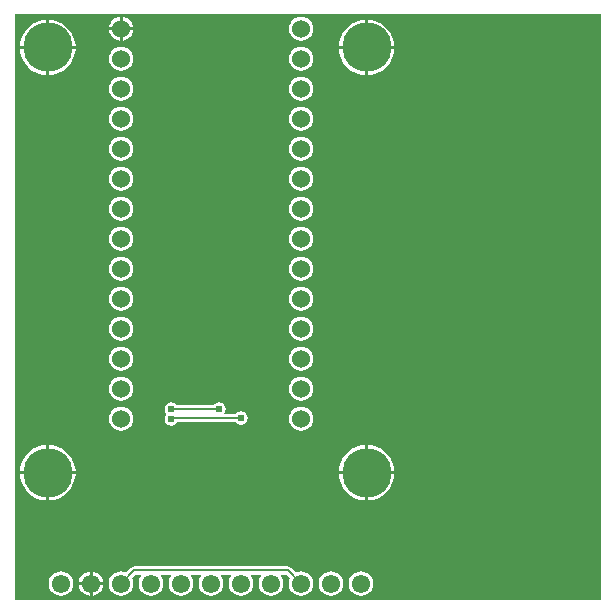
<source format=gbl>
%FSLAX23Y23*%
%MOIN*%
G70*
G01*
G75*
G04 Layer_Physical_Order=2*
G04 Layer_Color=16711680*
%ADD10R,0.047X0.098*%
%ADD11R,0.030X0.035*%
%ADD12C,0.006*%
%ADD13C,0.060*%
%ADD14C,0.061*%
%ADD15C,0.165*%
%ADD16C,0.024*%
G36*
X2945Y992D02*
X992D01*
Y2945D01*
X2945D01*
Y992D01*
D02*
G37*
%LPC*%
G36*
X1947Y1638D02*
X1936Y1637D01*
X1926Y1633D01*
X1918Y1626D01*
X1912Y1618D01*
X1908Y1608D01*
X1906Y1598D01*
X1908Y1587D01*
X1912Y1577D01*
X1918Y1569D01*
X1926Y1563D01*
X1936Y1559D01*
X1947Y1557D01*
X1957Y1559D01*
X1967Y1563D01*
X1975Y1569D01*
X1982Y1577D01*
X1986Y1587D01*
X1987Y1598D01*
X1986Y1608D01*
X1982Y1618D01*
X1975Y1626D01*
X1967Y1633D01*
X1957Y1637D01*
X1947Y1638D01*
D02*
G37*
G36*
X1673Y1652D02*
X1665Y1650D01*
X1658Y1646D01*
X1656Y1643D01*
X1532D01*
X1530Y1646D01*
X1523Y1650D01*
X1514Y1652D01*
X1506Y1650D01*
X1499Y1646D01*
X1494Y1638D01*
X1492Y1630D01*
X1494Y1621D01*
X1497Y1617D01*
X1498Y1612D01*
X1497Y1609D01*
X1493Y1604D01*
X1492Y1596D01*
X1493Y1587D01*
X1498Y1580D01*
X1505Y1575D01*
X1514Y1573D01*
X1522Y1575D01*
X1530Y1580D01*
X1534Y1586D01*
X1730D01*
X1731Y1584D01*
X1738Y1579D01*
X1747Y1577D01*
X1755Y1579D01*
X1763Y1584D01*
X1768Y1591D01*
X1769Y1599D01*
X1768Y1608D01*
X1763Y1615D01*
X1755Y1620D01*
X1747Y1622D01*
X1738Y1620D01*
X1731Y1615D01*
X1730Y1613D01*
X1694D01*
X1691Y1618D01*
X1694Y1621D01*
X1695Y1630D01*
X1694Y1638D01*
X1689Y1646D01*
X1682Y1650D01*
X1673Y1652D01*
D02*
G37*
G36*
X1347Y1738D02*
X1336Y1737D01*
X1326Y1733D01*
X1318Y1726D01*
X1312Y1718D01*
X1308Y1708D01*
X1306Y1698D01*
X1308Y1687D01*
X1312Y1677D01*
X1318Y1669D01*
X1326Y1663D01*
X1336Y1659D01*
X1347Y1657D01*
X1357Y1659D01*
X1367Y1663D01*
X1375Y1669D01*
X1382Y1677D01*
X1386Y1687D01*
X1387Y1698D01*
X1386Y1708D01*
X1382Y1718D01*
X1375Y1726D01*
X1367Y1733D01*
X1357Y1737D01*
X1347Y1738D01*
D02*
G37*
G36*
X2160Y1510D02*
X2147Y1509D01*
X2130Y1503D01*
X2114Y1495D01*
X2100Y1483D01*
X2088Y1469D01*
X2079Y1453D01*
X2074Y1435D01*
X2073Y1422D01*
X2160D01*
Y1510D01*
D02*
G37*
G36*
X2170D02*
Y1422D01*
X2258D01*
X2257Y1435D01*
X2251Y1453D01*
X2243Y1469D01*
X2231Y1483D01*
X2217Y1495D01*
X2201Y1503D01*
X2184Y1509D01*
X2170Y1510D01*
D02*
G37*
G36*
X1347Y1638D02*
X1336Y1637D01*
X1326Y1633D01*
X1318Y1626D01*
X1312Y1618D01*
X1308Y1608D01*
X1306Y1598D01*
X1308Y1587D01*
X1312Y1577D01*
X1318Y1569D01*
X1326Y1563D01*
X1336Y1559D01*
X1347Y1557D01*
X1357Y1559D01*
X1367Y1563D01*
X1375Y1569D01*
X1382Y1577D01*
X1386Y1587D01*
X1387Y1598D01*
X1386Y1608D01*
X1382Y1618D01*
X1375Y1626D01*
X1367Y1633D01*
X1357Y1637D01*
X1347Y1638D01*
D02*
G37*
G36*
X1947Y1738D02*
X1936Y1737D01*
X1926Y1733D01*
X1918Y1726D01*
X1912Y1718D01*
X1908Y1708D01*
X1906Y1698D01*
X1908Y1687D01*
X1912Y1677D01*
X1918Y1669D01*
X1926Y1663D01*
X1936Y1659D01*
X1947Y1657D01*
X1957Y1659D01*
X1967Y1663D01*
X1975Y1669D01*
X1982Y1677D01*
X1986Y1687D01*
X1987Y1698D01*
X1986Y1708D01*
X1982Y1718D01*
X1975Y1726D01*
X1967Y1733D01*
X1957Y1737D01*
X1947Y1738D01*
D02*
G37*
G36*
Y1938D02*
X1936Y1937D01*
X1926Y1933D01*
X1918Y1926D01*
X1912Y1918D01*
X1908Y1908D01*
X1906Y1898D01*
X1908Y1887D01*
X1912Y1877D01*
X1918Y1869D01*
X1926Y1863D01*
X1936Y1859D01*
X1947Y1857D01*
X1957Y1859D01*
X1967Y1863D01*
X1975Y1869D01*
X1982Y1877D01*
X1986Y1887D01*
X1987Y1898D01*
X1986Y1908D01*
X1982Y1918D01*
X1975Y1926D01*
X1967Y1933D01*
X1957Y1937D01*
X1947Y1938D01*
D02*
G37*
G36*
X1347Y2038D02*
X1336Y2037D01*
X1326Y2033D01*
X1318Y2026D01*
X1312Y2018D01*
X1308Y2008D01*
X1306Y1998D01*
X1308Y1987D01*
X1312Y1977D01*
X1318Y1969D01*
X1326Y1963D01*
X1336Y1959D01*
X1347Y1957D01*
X1357Y1959D01*
X1367Y1963D01*
X1375Y1969D01*
X1382Y1977D01*
X1386Y1987D01*
X1387Y1998D01*
X1386Y2008D01*
X1382Y2018D01*
X1375Y2026D01*
X1367Y2033D01*
X1357Y2037D01*
X1347Y2038D01*
D02*
G37*
G36*
X1947D02*
X1936Y2037D01*
X1926Y2033D01*
X1918Y2026D01*
X1912Y2018D01*
X1908Y2008D01*
X1906Y1998D01*
X1908Y1987D01*
X1912Y1977D01*
X1918Y1969D01*
X1926Y1963D01*
X1936Y1959D01*
X1947Y1957D01*
X1957Y1959D01*
X1967Y1963D01*
X1975Y1969D01*
X1982Y1977D01*
X1986Y1987D01*
X1987Y1998D01*
X1986Y2008D01*
X1982Y2018D01*
X1975Y2026D01*
X1967Y2033D01*
X1957Y2037D01*
X1947Y2038D01*
D02*
G37*
G36*
X1347Y1838D02*
X1336Y1837D01*
X1326Y1833D01*
X1318Y1826D01*
X1312Y1818D01*
X1308Y1808D01*
X1306Y1798D01*
X1308Y1787D01*
X1312Y1777D01*
X1318Y1769D01*
X1326Y1763D01*
X1336Y1759D01*
X1347Y1757D01*
X1357Y1759D01*
X1367Y1763D01*
X1375Y1769D01*
X1382Y1777D01*
X1386Y1787D01*
X1387Y1798D01*
X1386Y1808D01*
X1382Y1818D01*
X1375Y1826D01*
X1367Y1833D01*
X1357Y1837D01*
X1347Y1838D01*
D02*
G37*
G36*
X1947D02*
X1936Y1837D01*
X1926Y1833D01*
X1918Y1826D01*
X1912Y1818D01*
X1908Y1808D01*
X1906Y1798D01*
X1908Y1787D01*
X1912Y1777D01*
X1918Y1769D01*
X1926Y1763D01*
X1936Y1759D01*
X1947Y1757D01*
X1957Y1759D01*
X1967Y1763D01*
X1975Y1769D01*
X1982Y1777D01*
X1986Y1787D01*
X1987Y1798D01*
X1986Y1808D01*
X1982Y1818D01*
X1975Y1826D01*
X1967Y1833D01*
X1957Y1837D01*
X1947Y1838D01*
D02*
G37*
G36*
X1347Y1938D02*
X1336Y1937D01*
X1326Y1933D01*
X1318Y1926D01*
X1312Y1918D01*
X1308Y1908D01*
X1306Y1898D01*
X1308Y1887D01*
X1312Y1877D01*
X1318Y1869D01*
X1326Y1863D01*
X1336Y1859D01*
X1347Y1857D01*
X1357Y1859D01*
X1367Y1863D01*
X1375Y1869D01*
X1382Y1877D01*
X1386Y1887D01*
X1387Y1898D01*
X1386Y1908D01*
X1382Y1918D01*
X1375Y1926D01*
X1367Y1933D01*
X1357Y1937D01*
X1347Y1938D01*
D02*
G37*
G36*
X1107Y1510D02*
Y1422D01*
X1195D01*
X1194Y1435D01*
X1188Y1453D01*
X1180Y1469D01*
X1168Y1483D01*
X1154Y1495D01*
X1138Y1503D01*
X1121Y1509D01*
X1107Y1510D01*
D02*
G37*
G36*
X1242Y1043D02*
X1207D01*
X1207Y1038D01*
X1211Y1028D01*
X1218Y1019D01*
X1226Y1013D01*
X1236Y1009D01*
X1242Y1008D01*
Y1043D01*
D02*
G37*
G36*
X1287D02*
X1252D01*
Y1008D01*
X1257Y1009D01*
X1267Y1013D01*
X1275Y1019D01*
X1282Y1028D01*
X1286Y1038D01*
X1287Y1043D01*
D02*
G37*
G36*
X1242Y1088D02*
X1236Y1088D01*
X1226Y1083D01*
X1218Y1077D01*
X1211Y1069D01*
X1207Y1059D01*
X1207Y1053D01*
X1242D01*
Y1088D01*
D02*
G37*
G36*
X1147Y1089D02*
X1136Y1088D01*
X1126Y1083D01*
X1118Y1077D01*
X1111Y1069D01*
X1107Y1059D01*
X1106Y1048D01*
X1107Y1038D01*
X1111Y1028D01*
X1118Y1019D01*
X1126Y1013D01*
X1136Y1009D01*
X1147Y1008D01*
X1157Y1009D01*
X1167Y1013D01*
X1175Y1019D01*
X1182Y1028D01*
X1186Y1038D01*
X1187Y1048D01*
X1186Y1059D01*
X1182Y1069D01*
X1175Y1077D01*
X1167Y1083D01*
X1157Y1088D01*
X1147Y1089D01*
D02*
G37*
G36*
X2047D02*
X2036Y1088D01*
X2026Y1083D01*
X2018Y1077D01*
X2011Y1069D01*
X2007Y1059D01*
X2006Y1048D01*
X2007Y1038D01*
X2011Y1028D01*
X2018Y1019D01*
X2026Y1013D01*
X2036Y1009D01*
X2047Y1008D01*
X2057Y1009D01*
X2067Y1013D01*
X2075Y1019D01*
X2082Y1028D01*
X2086Y1038D01*
X2087Y1048D01*
X2086Y1059D01*
X2082Y1069D01*
X2075Y1077D01*
X2067Y1083D01*
X2057Y1088D01*
X2047Y1089D01*
D02*
G37*
G36*
X2147D02*
X2136Y1088D01*
X2126Y1083D01*
X2118Y1077D01*
X2111Y1069D01*
X2107Y1059D01*
X2106Y1048D01*
X2107Y1038D01*
X2111Y1028D01*
X2118Y1019D01*
X2126Y1013D01*
X2136Y1009D01*
X2147Y1008D01*
X2157Y1009D01*
X2167Y1013D01*
X2175Y1019D01*
X2182Y1028D01*
X2186Y1038D01*
X2187Y1048D01*
X2186Y1059D01*
X2182Y1069D01*
X2175Y1077D01*
X2167Y1083D01*
X2157Y1088D01*
X2147Y1089D01*
D02*
G37*
G36*
X1252Y1088D02*
Y1053D01*
X1287D01*
X1286Y1059D01*
X1282Y1069D01*
X1275Y1077D01*
X1267Y1083D01*
X1257Y1088D01*
X1252Y1088D01*
D02*
G37*
G36*
X2160Y1412D02*
X2073D01*
X2074Y1399D01*
X2079Y1382D01*
X2088Y1366D01*
X2100Y1351D01*
X2114Y1340D01*
X2130Y1331D01*
X2147Y1326D01*
X2160Y1325D01*
Y1412D01*
D02*
G37*
G36*
X2258D02*
X2170D01*
Y1325D01*
X2184Y1326D01*
X2201Y1331D01*
X2217Y1340D01*
X2231Y1351D01*
X2243Y1366D01*
X2251Y1382D01*
X2257Y1399D01*
X2258Y1412D01*
D02*
G37*
G36*
X1097Y1510D02*
X1084Y1509D01*
X1067Y1503D01*
X1051Y1495D01*
X1037Y1483D01*
X1025Y1469D01*
X1016Y1453D01*
X1011Y1435D01*
X1010Y1422D01*
X1097D01*
Y1510D01*
D02*
G37*
G36*
X1903Y1105D02*
X1390D01*
X1385Y1104D01*
X1381Y1101D01*
X1364Y1085D01*
X1357Y1088D01*
X1347Y1089D01*
X1336Y1088D01*
X1326Y1083D01*
X1318Y1077D01*
X1311Y1069D01*
X1307Y1059D01*
X1306Y1048D01*
X1307Y1038D01*
X1311Y1028D01*
X1318Y1019D01*
X1326Y1013D01*
X1336Y1009D01*
X1347Y1008D01*
X1357Y1009D01*
X1367Y1013D01*
X1375Y1019D01*
X1382Y1028D01*
X1386Y1038D01*
X1387Y1048D01*
X1386Y1059D01*
X1383Y1066D01*
X1395Y1078D01*
X1413D01*
X1415Y1073D01*
X1411Y1069D01*
X1407Y1059D01*
X1406Y1048D01*
X1407Y1038D01*
X1411Y1028D01*
X1418Y1019D01*
X1426Y1013D01*
X1436Y1009D01*
X1447Y1008D01*
X1457Y1009D01*
X1467Y1013D01*
X1475Y1019D01*
X1482Y1028D01*
X1486Y1038D01*
X1487Y1048D01*
X1486Y1059D01*
X1482Y1069D01*
X1478Y1073D01*
X1481Y1078D01*
X1513D01*
X1515Y1073D01*
X1511Y1069D01*
X1507Y1059D01*
X1506Y1048D01*
X1507Y1038D01*
X1511Y1028D01*
X1518Y1019D01*
X1526Y1013D01*
X1536Y1009D01*
X1547Y1008D01*
X1557Y1009D01*
X1567Y1013D01*
X1575Y1019D01*
X1582Y1028D01*
X1586Y1038D01*
X1587Y1048D01*
X1586Y1059D01*
X1582Y1069D01*
X1578Y1073D01*
X1581Y1078D01*
X1613D01*
X1615Y1073D01*
X1611Y1069D01*
X1607Y1059D01*
X1606Y1048D01*
X1607Y1038D01*
X1611Y1028D01*
X1618Y1019D01*
X1626Y1013D01*
X1636Y1009D01*
X1647Y1008D01*
X1657Y1009D01*
X1667Y1013D01*
X1675Y1019D01*
X1682Y1028D01*
X1686Y1038D01*
X1687Y1048D01*
X1686Y1059D01*
X1682Y1069D01*
X1678Y1073D01*
X1681Y1078D01*
X1713D01*
X1715Y1073D01*
X1711Y1069D01*
X1707Y1059D01*
X1706Y1048D01*
X1707Y1038D01*
X1711Y1028D01*
X1718Y1019D01*
X1726Y1013D01*
X1736Y1009D01*
X1747Y1008D01*
X1757Y1009D01*
X1767Y1013D01*
X1775Y1019D01*
X1782Y1028D01*
X1786Y1038D01*
X1787Y1048D01*
X1786Y1059D01*
X1782Y1069D01*
X1778Y1073D01*
X1781Y1078D01*
X1813D01*
X1815Y1073D01*
X1811Y1069D01*
X1807Y1059D01*
X1806Y1048D01*
X1807Y1038D01*
X1811Y1028D01*
X1818Y1019D01*
X1826Y1013D01*
X1836Y1009D01*
X1847Y1008D01*
X1857Y1009D01*
X1867Y1013D01*
X1875Y1019D01*
X1882Y1028D01*
X1886Y1038D01*
X1887Y1048D01*
X1886Y1059D01*
X1882Y1069D01*
X1878Y1073D01*
X1881Y1078D01*
X1898D01*
X1910Y1066D01*
X1907Y1059D01*
X1906Y1048D01*
X1907Y1038D01*
X1911Y1028D01*
X1918Y1019D01*
X1926Y1013D01*
X1936Y1009D01*
X1947Y1008D01*
X1957Y1009D01*
X1967Y1013D01*
X1975Y1019D01*
X1982Y1028D01*
X1986Y1038D01*
X1987Y1048D01*
X1986Y1059D01*
X1982Y1069D01*
X1975Y1077D01*
X1967Y1083D01*
X1957Y1088D01*
X1947Y1089D01*
X1936Y1088D01*
X1929Y1085D01*
X1913Y1101D01*
X1908Y1104D01*
X1903Y1105D01*
D02*
G37*
G36*
X1097Y1412D02*
X1010D01*
X1011Y1399D01*
X1016Y1382D01*
X1025Y1366D01*
X1037Y1351D01*
X1051Y1340D01*
X1067Y1331D01*
X1084Y1326D01*
X1097Y1325D01*
Y1412D01*
D02*
G37*
G36*
X1195D02*
X1107D01*
Y1325D01*
X1121Y1326D01*
X1138Y1331D01*
X1154Y1340D01*
X1168Y1351D01*
X1180Y1366D01*
X1188Y1382D01*
X1194Y1399D01*
X1195Y1412D01*
D02*
G37*
G36*
X1347Y2138D02*
X1336Y2137D01*
X1326Y2133D01*
X1318Y2126D01*
X1312Y2118D01*
X1308Y2108D01*
X1306Y2098D01*
X1308Y2087D01*
X1312Y2077D01*
X1318Y2069D01*
X1326Y2063D01*
X1336Y2059D01*
X1347Y2057D01*
X1357Y2059D01*
X1367Y2063D01*
X1375Y2069D01*
X1382Y2077D01*
X1386Y2087D01*
X1387Y2098D01*
X1386Y2108D01*
X1382Y2118D01*
X1375Y2126D01*
X1367Y2133D01*
X1357Y2137D01*
X1347Y2138D01*
D02*
G37*
G36*
X1947Y2838D02*
X1936Y2837D01*
X1926Y2833D01*
X1918Y2826D01*
X1912Y2818D01*
X1908Y2808D01*
X1906Y2798D01*
X1908Y2787D01*
X1912Y2777D01*
X1918Y2769D01*
X1926Y2763D01*
X1936Y2759D01*
X1947Y2757D01*
X1957Y2759D01*
X1967Y2763D01*
X1975Y2769D01*
X1982Y2777D01*
X1986Y2787D01*
X1987Y2798D01*
X1986Y2808D01*
X1982Y2818D01*
X1975Y2826D01*
X1967Y2833D01*
X1957Y2837D01*
X1947Y2838D01*
D02*
G37*
G36*
X1097Y2927D02*
X1084Y2926D01*
X1067Y2921D01*
X1051Y2912D01*
X1037Y2900D01*
X1025Y2886D01*
X1016Y2870D01*
X1011Y2853D01*
X1010Y2840D01*
X1097D01*
Y2927D01*
D02*
G37*
G36*
X1107D02*
Y2840D01*
X1195D01*
X1194Y2853D01*
X1188Y2870D01*
X1180Y2886D01*
X1168Y2900D01*
X1154Y2912D01*
X1138Y2921D01*
X1121Y2926D01*
X1107Y2927D01*
D02*
G37*
G36*
X1347Y2838D02*
X1336Y2837D01*
X1326Y2833D01*
X1318Y2826D01*
X1312Y2818D01*
X1308Y2808D01*
X1306Y2798D01*
X1308Y2787D01*
X1312Y2777D01*
X1318Y2769D01*
X1326Y2763D01*
X1336Y2759D01*
X1347Y2757D01*
X1357Y2759D01*
X1367Y2763D01*
X1375Y2769D01*
X1382Y2777D01*
X1386Y2787D01*
X1387Y2798D01*
X1386Y2808D01*
X1382Y2818D01*
X1375Y2826D01*
X1367Y2833D01*
X1357Y2837D01*
X1347Y2838D01*
D02*
G37*
G36*
X1195Y2830D02*
X1107D01*
Y2742D01*
X1121Y2743D01*
X1138Y2749D01*
X1154Y2757D01*
X1168Y2769D01*
X1180Y2783D01*
X1188Y2799D01*
X1194Y2816D01*
X1195Y2830D01*
D02*
G37*
G36*
X2160D02*
X2073D01*
X2074Y2816D01*
X2079Y2799D01*
X2088Y2783D01*
X2100Y2769D01*
X2114Y2757D01*
X2130Y2749D01*
X2147Y2743D01*
X2160Y2742D01*
Y2830D01*
D02*
G37*
G36*
X2258D02*
X2170D01*
Y2742D01*
X2184Y2743D01*
X2201Y2749D01*
X2217Y2757D01*
X2231Y2769D01*
X2243Y2783D01*
X2251Y2799D01*
X2257Y2816D01*
X2258Y2830D01*
D02*
G37*
G36*
X1386Y2893D02*
X1352D01*
Y2858D01*
X1357Y2859D01*
X1367Y2863D01*
X1375Y2869D01*
X1382Y2877D01*
X1386Y2887D01*
X1386Y2893D01*
D02*
G37*
G36*
X1342Y2937D02*
X1336Y2937D01*
X1326Y2933D01*
X1318Y2926D01*
X1312Y2918D01*
X1308Y2908D01*
X1307Y2903D01*
X1342D01*
Y2937D01*
D02*
G37*
G36*
X1352D02*
Y2903D01*
X1386D01*
X1386Y2908D01*
X1382Y2918D01*
X1375Y2926D01*
X1367Y2933D01*
X1357Y2937D01*
X1352Y2937D01*
D02*
G37*
G36*
X1342Y2893D02*
X1307D01*
X1308Y2887D01*
X1312Y2877D01*
X1318Y2869D01*
X1326Y2863D01*
X1336Y2859D01*
X1342Y2858D01*
Y2893D01*
D02*
G37*
G36*
X2160Y2927D02*
X2147Y2926D01*
X2130Y2921D01*
X2114Y2912D01*
X2100Y2900D01*
X2088Y2886D01*
X2079Y2870D01*
X2074Y2853D01*
X2073Y2840D01*
X2160D01*
Y2927D01*
D02*
G37*
G36*
X2170D02*
Y2840D01*
X2258D01*
X2257Y2853D01*
X2251Y2870D01*
X2243Y2886D01*
X2231Y2900D01*
X2217Y2912D01*
X2201Y2921D01*
X2184Y2926D01*
X2170Y2927D01*
D02*
G37*
G36*
X1947Y2938D02*
X1936Y2937D01*
X1926Y2933D01*
X1918Y2926D01*
X1912Y2918D01*
X1908Y2908D01*
X1906Y2898D01*
X1908Y2887D01*
X1912Y2877D01*
X1918Y2869D01*
X1926Y2863D01*
X1936Y2859D01*
X1947Y2857D01*
X1957Y2859D01*
X1967Y2863D01*
X1975Y2869D01*
X1982Y2877D01*
X1986Y2887D01*
X1987Y2898D01*
X1986Y2908D01*
X1982Y2918D01*
X1975Y2926D01*
X1967Y2933D01*
X1957Y2937D01*
X1947Y2938D01*
D02*
G37*
G36*
Y2338D02*
X1936Y2337D01*
X1926Y2333D01*
X1918Y2326D01*
X1912Y2318D01*
X1908Y2308D01*
X1906Y2298D01*
X1908Y2287D01*
X1912Y2277D01*
X1918Y2269D01*
X1926Y2263D01*
X1936Y2259D01*
X1947Y2257D01*
X1957Y2259D01*
X1967Y2263D01*
X1975Y2269D01*
X1982Y2277D01*
X1986Y2287D01*
X1987Y2298D01*
X1986Y2308D01*
X1982Y2318D01*
X1975Y2326D01*
X1967Y2333D01*
X1957Y2337D01*
X1947Y2338D01*
D02*
G37*
G36*
X1347Y2438D02*
X1336Y2437D01*
X1326Y2433D01*
X1318Y2426D01*
X1312Y2418D01*
X1308Y2408D01*
X1306Y2398D01*
X1308Y2387D01*
X1312Y2377D01*
X1318Y2369D01*
X1326Y2363D01*
X1336Y2359D01*
X1347Y2357D01*
X1357Y2359D01*
X1367Y2363D01*
X1375Y2369D01*
X1382Y2377D01*
X1386Y2387D01*
X1387Y2398D01*
X1386Y2408D01*
X1382Y2418D01*
X1375Y2426D01*
X1367Y2433D01*
X1357Y2437D01*
X1347Y2438D01*
D02*
G37*
G36*
X1947D02*
X1936Y2437D01*
X1926Y2433D01*
X1918Y2426D01*
X1912Y2418D01*
X1908Y2408D01*
X1906Y2398D01*
X1908Y2387D01*
X1912Y2377D01*
X1918Y2369D01*
X1926Y2363D01*
X1936Y2359D01*
X1947Y2357D01*
X1957Y2359D01*
X1967Y2363D01*
X1975Y2369D01*
X1982Y2377D01*
X1986Y2387D01*
X1987Y2398D01*
X1986Y2408D01*
X1982Y2418D01*
X1975Y2426D01*
X1967Y2433D01*
X1957Y2437D01*
X1947Y2438D01*
D02*
G37*
G36*
X1347Y2338D02*
X1336Y2337D01*
X1326Y2333D01*
X1318Y2326D01*
X1312Y2318D01*
X1308Y2308D01*
X1306Y2298D01*
X1308Y2287D01*
X1312Y2277D01*
X1318Y2269D01*
X1326Y2263D01*
X1336Y2259D01*
X1347Y2257D01*
X1357Y2259D01*
X1367Y2263D01*
X1375Y2269D01*
X1382Y2277D01*
X1386Y2287D01*
X1387Y2298D01*
X1386Y2308D01*
X1382Y2318D01*
X1375Y2326D01*
X1367Y2333D01*
X1357Y2337D01*
X1347Y2338D01*
D02*
G37*
G36*
X1947Y2138D02*
X1936Y2137D01*
X1926Y2133D01*
X1918Y2126D01*
X1912Y2118D01*
X1908Y2108D01*
X1906Y2098D01*
X1908Y2087D01*
X1912Y2077D01*
X1918Y2069D01*
X1926Y2063D01*
X1936Y2059D01*
X1947Y2057D01*
X1957Y2059D01*
X1967Y2063D01*
X1975Y2069D01*
X1982Y2077D01*
X1986Y2087D01*
X1987Y2098D01*
X1986Y2108D01*
X1982Y2118D01*
X1975Y2126D01*
X1967Y2133D01*
X1957Y2137D01*
X1947Y2138D01*
D02*
G37*
G36*
X1347Y2238D02*
X1336Y2237D01*
X1326Y2233D01*
X1318Y2226D01*
X1312Y2218D01*
X1308Y2208D01*
X1306Y2198D01*
X1308Y2187D01*
X1312Y2177D01*
X1318Y2169D01*
X1326Y2163D01*
X1336Y2159D01*
X1347Y2157D01*
X1357Y2159D01*
X1367Y2163D01*
X1375Y2169D01*
X1382Y2177D01*
X1386Y2187D01*
X1387Y2198D01*
X1386Y2208D01*
X1382Y2218D01*
X1375Y2226D01*
X1367Y2233D01*
X1357Y2237D01*
X1347Y2238D01*
D02*
G37*
G36*
X1947D02*
X1936Y2237D01*
X1926Y2233D01*
X1918Y2226D01*
X1912Y2218D01*
X1908Y2208D01*
X1906Y2198D01*
X1908Y2187D01*
X1912Y2177D01*
X1918Y2169D01*
X1926Y2163D01*
X1936Y2159D01*
X1947Y2157D01*
X1957Y2159D01*
X1967Y2163D01*
X1975Y2169D01*
X1982Y2177D01*
X1986Y2187D01*
X1987Y2198D01*
X1986Y2208D01*
X1982Y2218D01*
X1975Y2226D01*
X1967Y2233D01*
X1957Y2237D01*
X1947Y2238D01*
D02*
G37*
G36*
X1347Y2738D02*
X1336Y2737D01*
X1326Y2733D01*
X1318Y2726D01*
X1312Y2718D01*
X1308Y2708D01*
X1306Y2698D01*
X1308Y2687D01*
X1312Y2677D01*
X1318Y2669D01*
X1326Y2663D01*
X1336Y2659D01*
X1347Y2657D01*
X1357Y2659D01*
X1367Y2663D01*
X1375Y2669D01*
X1382Y2677D01*
X1386Y2687D01*
X1387Y2698D01*
X1386Y2708D01*
X1382Y2718D01*
X1375Y2726D01*
X1367Y2733D01*
X1357Y2737D01*
X1347Y2738D01*
D02*
G37*
G36*
X1947D02*
X1936Y2737D01*
X1926Y2733D01*
X1918Y2726D01*
X1912Y2718D01*
X1908Y2708D01*
X1906Y2698D01*
X1908Y2687D01*
X1912Y2677D01*
X1918Y2669D01*
X1926Y2663D01*
X1936Y2659D01*
X1947Y2657D01*
X1957Y2659D01*
X1967Y2663D01*
X1975Y2669D01*
X1982Y2677D01*
X1986Y2687D01*
X1987Y2698D01*
X1986Y2708D01*
X1982Y2718D01*
X1975Y2726D01*
X1967Y2733D01*
X1957Y2737D01*
X1947Y2738D01*
D02*
G37*
G36*
X1097Y2830D02*
X1010D01*
X1011Y2816D01*
X1016Y2799D01*
X1025Y2783D01*
X1037Y2769D01*
X1051Y2757D01*
X1067Y2749D01*
X1084Y2743D01*
X1097Y2742D01*
Y2830D01*
D02*
G37*
G36*
X1947Y2638D02*
X1936Y2637D01*
X1926Y2633D01*
X1918Y2626D01*
X1912Y2618D01*
X1908Y2608D01*
X1906Y2598D01*
X1908Y2587D01*
X1912Y2577D01*
X1918Y2569D01*
X1926Y2563D01*
X1936Y2559D01*
X1947Y2557D01*
X1957Y2559D01*
X1967Y2563D01*
X1975Y2569D01*
X1982Y2577D01*
X1986Y2587D01*
X1987Y2598D01*
X1986Y2608D01*
X1982Y2618D01*
X1975Y2626D01*
X1967Y2633D01*
X1957Y2637D01*
X1947Y2638D01*
D02*
G37*
G36*
X1347Y2538D02*
X1336Y2537D01*
X1326Y2533D01*
X1318Y2526D01*
X1312Y2518D01*
X1308Y2508D01*
X1306Y2498D01*
X1308Y2487D01*
X1312Y2477D01*
X1318Y2469D01*
X1326Y2463D01*
X1336Y2459D01*
X1347Y2457D01*
X1357Y2459D01*
X1367Y2463D01*
X1375Y2469D01*
X1382Y2477D01*
X1386Y2487D01*
X1387Y2498D01*
X1386Y2508D01*
X1382Y2518D01*
X1375Y2526D01*
X1367Y2533D01*
X1357Y2537D01*
X1347Y2538D01*
D02*
G37*
G36*
X1947D02*
X1936Y2537D01*
X1926Y2533D01*
X1918Y2526D01*
X1912Y2518D01*
X1908Y2508D01*
X1906Y2498D01*
X1908Y2487D01*
X1912Y2477D01*
X1918Y2469D01*
X1926Y2463D01*
X1936Y2459D01*
X1947Y2457D01*
X1957Y2459D01*
X1967Y2463D01*
X1975Y2469D01*
X1982Y2477D01*
X1986Y2487D01*
X1987Y2498D01*
X1986Y2508D01*
X1982Y2518D01*
X1975Y2526D01*
X1967Y2533D01*
X1957Y2537D01*
X1947Y2538D01*
D02*
G37*
G36*
X1347Y2638D02*
X1336Y2637D01*
X1326Y2633D01*
X1318Y2626D01*
X1312Y2618D01*
X1308Y2608D01*
X1306Y2598D01*
X1308Y2587D01*
X1312Y2577D01*
X1318Y2569D01*
X1326Y2563D01*
X1336Y2559D01*
X1347Y2557D01*
X1357Y2559D01*
X1367Y2563D01*
X1375Y2569D01*
X1382Y2577D01*
X1386Y2587D01*
X1387Y2598D01*
X1386Y2608D01*
X1382Y2618D01*
X1375Y2626D01*
X1367Y2633D01*
X1357Y2637D01*
X1347Y2638D01*
D02*
G37*
%LPD*%
D12*
X1514Y1630D02*
X1673D01*
X1514Y1596D02*
Y1599D01*
X1747D01*
X1347Y1048D02*
X1390Y1092D01*
X1903D01*
X1947Y1048D01*
D13*
X1947Y2898D02*
D03*
Y2798D02*
D03*
Y2698D02*
D03*
Y2598D02*
D03*
Y2498D02*
D03*
Y2398D02*
D03*
Y2298D02*
D03*
Y2198D02*
D03*
Y2098D02*
D03*
Y1998D02*
D03*
Y1898D02*
D03*
Y1798D02*
D03*
Y1698D02*
D03*
Y1598D02*
D03*
X1347Y2898D02*
D03*
Y1598D02*
D03*
Y1698D02*
D03*
Y1798D02*
D03*
Y1898D02*
D03*
Y1998D02*
D03*
Y2098D02*
D03*
Y2198D02*
D03*
Y2298D02*
D03*
Y2398D02*
D03*
Y2498D02*
D03*
Y2598D02*
D03*
Y2698D02*
D03*
Y2798D02*
D03*
D14*
X1147Y1048D02*
D03*
X1247D02*
D03*
X1347D02*
D03*
X1447D02*
D03*
X1547D02*
D03*
X1647D02*
D03*
X1747D02*
D03*
X1847D02*
D03*
X1947D02*
D03*
X2047D02*
D03*
X2147D02*
D03*
D15*
X1102Y2835D02*
D03*
X2165D02*
D03*
X1102Y1417D02*
D03*
X2165D02*
D03*
D16*
X1514Y1630D02*
D03*
X1673D02*
D03*
X1514Y1596D02*
D03*
X1747Y1599D02*
D03*
M02*

</source>
